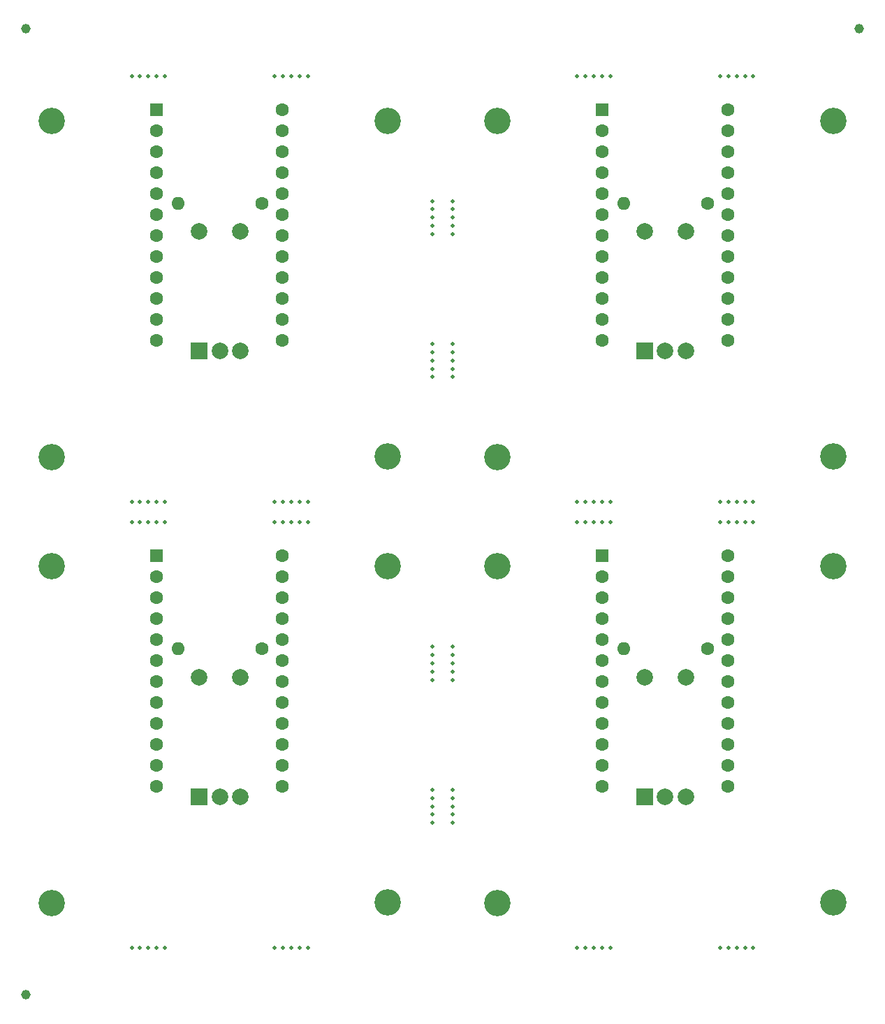
<source format=gbr>
%TF.GenerationSoftware,KiCad,Pcbnew,(6.0.0)*%
%TF.CreationDate,2022-01-02T19:46:59+01:00*%
%TF.ProjectId,VolumeKnob,566f6c75-6d65-44b6-9e6f-622e6b696361,rev?*%
%TF.SameCoordinates,Original*%
%TF.FileFunction,Soldermask,Bot*%
%TF.FilePolarity,Negative*%
%FSLAX46Y46*%
G04 Gerber Fmt 4.6, Leading zero omitted, Abs format (unit mm)*
G04 Created by KiCad (PCBNEW (6.0.0)) date 2022-01-02 19:46:59*
%MOMM*%
%LPD*%
G01*
G04 APERTURE LIST*
%ADD10C,0.500000*%
%ADD11C,1.600000*%
%ADD12O,1.600000X1.600000*%
%ADD13C,3.200000*%
%ADD14R,1.600000X1.600000*%
%ADD15R,2.000000X2.000000*%
%ADD16C,2.000000*%
%ADD17C,1.152000*%
G04 APERTURE END LIST*
D10*
%TO.C,REF\u002A\u002A*%
X75798997Y-113666335D03*
%TD*%
%TO.C,REF\u002A\u002A*%
X78201003Y-93333667D03*
%TD*%
%TO.C,REF\u002A\u002A*%
X75798997Y-57666332D03*
%TD*%
%TO.C,REF\u002A\u002A*%
X110666335Y-129799000D03*
%TD*%
%TO.C,REF\u002A\u002A*%
X112666336Y-75798999D03*
%TD*%
%TO.C,REF\u002A\u002A*%
X78201002Y-97333667D03*
%TD*%
D11*
%TO.C,R1*%
X109110004Y-39599997D03*
D12*
X98950004Y-39599997D03*
%TD*%
D10*
%TO.C,REF\u002A\u002A*%
X75798999Y-96333667D03*
%TD*%
%TO.C,REF\u002A\u002A*%
X57666332Y-24200997D03*
%TD*%
%TO.C,REF\u002A\u002A*%
X78201001Y-110666335D03*
%TD*%
%TO.C,REF\u002A\u002A*%
X113666336Y-75798999D03*
%TD*%
%TO.C,REF\u002A\u002A*%
X40333664Y-78201000D03*
%TD*%
%TO.C,REF\u002A\u002A*%
X57666332Y-75798999D03*
%TD*%
%TO.C,REF\u002A\u002A*%
X113666335Y-78201002D03*
%TD*%
%TO.C,REF\u002A\u002A*%
X113666335Y-129799000D03*
%TD*%
%TO.C,REF\u002A\u002A*%
X57666332Y-129799000D03*
%TD*%
%TO.C,REF\u002A\u002A*%
X59666332Y-75798999D03*
%TD*%
%TO.C,REF\u002A\u002A*%
X60666332Y-129799000D03*
%TD*%
%TO.C,REF\u002A\u002A*%
X40333664Y-24200999D03*
%TD*%
%TO.C,REF\u002A\u002A*%
X60666332Y-78201002D03*
%TD*%
D13*
%TO.C,REF\u002A\u002A*%
X29629997Y-70339997D03*
%TD*%
D10*
%TO.C,REF\u002A\u002A*%
X56666332Y-129799000D03*
%TD*%
%TO.C,REF\u002A\u002A*%
X57666332Y-78201002D03*
%TD*%
%TO.C,REF\u002A\u002A*%
X59666332Y-78201002D03*
%TD*%
%TO.C,REF\u002A\u002A*%
X110666336Y-75798999D03*
%TD*%
D13*
%TO.C,REF\u002A\u002A*%
X124350004Y-83600003D03*
%TD*%
D10*
%TO.C,REF\u002A\u002A*%
X75798997Y-111666335D03*
%TD*%
D13*
%TO.C,REF\u002A\u002A*%
X83630004Y-124340003D03*
%TD*%
D10*
%TO.C,REF\u002A\u002A*%
X75798997Y-56666332D03*
%TD*%
%TO.C,REF\u002A\u002A*%
X75798999Y-40333664D03*
%TD*%
%TO.C,REF\u002A\u002A*%
X111666336Y-24200997D03*
%TD*%
D14*
%TO.C,U1*%
X96330004Y-82320003D03*
D11*
X96330004Y-84860003D03*
X96330004Y-87400003D03*
X96330004Y-89940003D03*
X96330004Y-92480003D03*
X96330004Y-95020003D03*
X96330004Y-97560003D03*
X96330004Y-100100003D03*
X96330004Y-102640003D03*
X96330004Y-105180003D03*
X96330004Y-107720003D03*
X96330004Y-110260003D03*
X111570004Y-110260003D03*
X111570004Y-107720003D03*
X111570004Y-105180003D03*
X111570004Y-102640003D03*
X111570004Y-100100003D03*
X111570004Y-97560003D03*
X111570004Y-95020003D03*
X111570004Y-92480003D03*
X111570004Y-89940003D03*
X111570004Y-87400003D03*
X111570004Y-84860003D03*
X111570004Y-82320003D03*
%TD*%
D10*
%TO.C,REF\u002A\u002A*%
X112666335Y-78201002D03*
%TD*%
%TO.C,REF\u002A\u002A*%
X78201002Y-43333664D03*
%TD*%
%TO.C,REF\u002A\u002A*%
X94333668Y-24200999D03*
%TD*%
D15*
%TO.C,SW1*%
X47499997Y-57499997D03*
D16*
X52499997Y-57499997D03*
X49999997Y-57499997D03*
X47499997Y-42999997D03*
X52499997Y-42999997D03*
%TD*%
D10*
%TO.C,REF\u002A\u002A*%
X78201003Y-42333664D03*
%TD*%
%TO.C,REF\u002A\u002A*%
X56666332Y-24200997D03*
%TD*%
D13*
%TO.C,REF\u002A\u002A*%
X124350004Y-29599997D03*
%TD*%
D10*
%TO.C,REF\u002A\u002A*%
X58666332Y-129799000D03*
%TD*%
%TO.C,REF\u002A\u002A*%
X43333664Y-24200999D03*
%TD*%
%TO.C,REF\u002A\u002A*%
X75798997Y-114666335D03*
%TD*%
%TO.C,REF\u002A\u002A*%
X78201003Y-40333664D03*
%TD*%
%TO.C,REF\u002A\u002A*%
X39333664Y-129799002D03*
%TD*%
%TO.C,REF\u002A\u002A*%
X78201003Y-39333664D03*
%TD*%
D13*
%TO.C,REF\u002A\u002A*%
X124350004Y-70309997D03*
%TD*%
D10*
%TO.C,REF\u002A\u002A*%
X75798999Y-97333667D03*
%TD*%
%TO.C,REF\u002A\u002A*%
X114666335Y-78201002D03*
%TD*%
D14*
%TO.C,U1*%
X42329997Y-82320003D03*
D11*
X42329997Y-84860003D03*
X42329997Y-87400003D03*
X42329997Y-89940003D03*
X42329997Y-92480003D03*
X42329997Y-95020003D03*
X42329997Y-97560003D03*
X42329997Y-100100003D03*
X42329997Y-102640003D03*
X42329997Y-105180003D03*
X42329997Y-107720003D03*
X42329997Y-110260003D03*
X57569997Y-110260003D03*
X57569997Y-107720003D03*
X57569997Y-105180003D03*
X57569997Y-102640003D03*
X57569997Y-100100003D03*
X57569997Y-97560003D03*
X57569997Y-95020003D03*
X57569997Y-92480003D03*
X57569997Y-89940003D03*
X57569997Y-87400003D03*
X57569997Y-84860003D03*
X57569997Y-82320003D03*
%TD*%
D10*
%TO.C,REF\u002A\u002A*%
X97333668Y-24200999D03*
%TD*%
%TO.C,REF\u002A\u002A*%
X111666335Y-78201002D03*
%TD*%
D13*
%TO.C,REF\u002A\u002A*%
X29629997Y-29599997D03*
%TD*%
D10*
%TO.C,REF\u002A\u002A*%
X41333664Y-129799002D03*
%TD*%
%TO.C,REF\u002A\u002A*%
X78201000Y-113666335D03*
%TD*%
D13*
%TO.C,REF\u002A\u002A*%
X83630004Y-83600003D03*
%TD*%
D10*
%TO.C,REF\u002A\u002A*%
X56666332Y-75798999D03*
%TD*%
%TO.C,REF\u002A\u002A*%
X110666335Y-78201002D03*
%TD*%
%TO.C,REF\u002A\u002A*%
X58666332Y-75798999D03*
%TD*%
D13*
%TO.C,REF\u002A\u002A*%
X70349997Y-124310003D03*
%TD*%
D10*
%TO.C,REF\u002A\u002A*%
X94333667Y-78201000D03*
%TD*%
%TO.C,REF\u002A\u002A*%
X39333664Y-24200999D03*
%TD*%
D15*
%TO.C,SW1*%
X101500004Y-57499997D03*
D16*
X106500004Y-57499997D03*
X104000004Y-57499997D03*
X101500004Y-42999997D03*
X106500004Y-42999997D03*
%TD*%
D14*
%TO.C,U1*%
X42329997Y-28319997D03*
D11*
X42329997Y-30859997D03*
X42329997Y-33399997D03*
X42329997Y-35939997D03*
X42329997Y-38479997D03*
X42329997Y-41019997D03*
X42329997Y-43559997D03*
X42329997Y-46099997D03*
X42329997Y-48639997D03*
X42329997Y-51179997D03*
X42329997Y-53719997D03*
X42329997Y-56259997D03*
X57569997Y-56259997D03*
X57569997Y-53719997D03*
X57569997Y-51179997D03*
X57569997Y-48639997D03*
X57569997Y-46099997D03*
X57569997Y-43559997D03*
X57569997Y-41019997D03*
X57569997Y-38479997D03*
X57569997Y-35939997D03*
X57569997Y-33399997D03*
X57569997Y-30859997D03*
X57569997Y-28319997D03*
%TD*%
D10*
%TO.C,REF\u002A\u002A*%
X95333668Y-75798997D03*
%TD*%
%TO.C,REF\u002A\u002A*%
X93333667Y-78201000D03*
%TD*%
%TO.C,REF\u002A\u002A*%
X42333664Y-24200999D03*
%TD*%
%TO.C,REF\u002A\u002A*%
X93333668Y-24200999D03*
%TD*%
%TO.C,REF\u002A\u002A*%
X95333667Y-129799002D03*
%TD*%
%TO.C,REF\u002A\u002A*%
X95333668Y-24200999D03*
%TD*%
D11*
%TO.C,R1*%
X55109997Y-39599997D03*
D12*
X44949997Y-39599997D03*
%TD*%
D15*
%TO.C,SW1*%
X101500004Y-111500003D03*
D16*
X106500004Y-111500003D03*
X104000004Y-111500003D03*
X101500004Y-97000003D03*
X106500004Y-97000003D03*
%TD*%
D10*
%TO.C,REF\u002A\u002A*%
X78201000Y-59666332D03*
%TD*%
%TO.C,REF\u002A\u002A*%
X112666336Y-24200997D03*
%TD*%
%TO.C,REF\u002A\u002A*%
X75798999Y-43333664D03*
%TD*%
%TO.C,REF\u002A\u002A*%
X97333667Y-129799002D03*
%TD*%
%TO.C,REF\u002A\u002A*%
X114666336Y-75798999D03*
%TD*%
D14*
%TO.C,U1*%
X96330004Y-28319997D03*
D11*
X96330004Y-30859997D03*
X96330004Y-33399997D03*
X96330004Y-35939997D03*
X96330004Y-38479997D03*
X96330004Y-41019997D03*
X96330004Y-43559997D03*
X96330004Y-46099997D03*
X96330004Y-48639997D03*
X96330004Y-51179997D03*
X96330004Y-53719997D03*
X96330004Y-56259997D03*
X111570004Y-56259997D03*
X111570004Y-53719997D03*
X111570004Y-51179997D03*
X111570004Y-48639997D03*
X111570004Y-46099997D03*
X111570004Y-43559997D03*
X111570004Y-41019997D03*
X111570004Y-38479997D03*
X111570004Y-35939997D03*
X111570004Y-33399997D03*
X111570004Y-30859997D03*
X111570004Y-28319997D03*
%TD*%
D10*
%TO.C,REF\u002A\u002A*%
X39333664Y-78201000D03*
%TD*%
%TO.C,REF\u002A\u002A*%
X60666332Y-24200997D03*
%TD*%
%TO.C,REF\u002A\u002A*%
X113666336Y-24200997D03*
%TD*%
%TO.C,REF\u002A\u002A*%
X41333664Y-75798997D03*
%TD*%
%TO.C,REF\u002A\u002A*%
X93333667Y-129799002D03*
%TD*%
%TO.C,REF\u002A\u002A*%
X75798997Y-58666332D03*
%TD*%
D11*
%TO.C,R1*%
X109110004Y-93600003D03*
D12*
X98950004Y-93600003D03*
%TD*%
D17*
%TO.C,REF\u002A\u002A*%
X26498997Y-18501997D03*
%TD*%
%TO.C,REF\u002A\u002A*%
X26498997Y-135498002D03*
%TD*%
D10*
%TO.C,REF\u002A\u002A*%
X59666332Y-24200997D03*
%TD*%
D11*
%TO.C,R1*%
X55109997Y-93600003D03*
D12*
X44949997Y-93600003D03*
%TD*%
D10*
%TO.C,REF\u002A\u002A*%
X41333664Y-24200999D03*
%TD*%
%TO.C,REF\u002A\u002A*%
X39333664Y-75798997D03*
%TD*%
D13*
%TO.C,REF\u002A\u002A*%
X83630004Y-29599997D03*
%TD*%
D10*
%TO.C,REF\u002A\u002A*%
X42333664Y-129799002D03*
%TD*%
%TO.C,REF\u002A\u002A*%
X78201000Y-114666335D03*
%TD*%
%TO.C,REF\u002A\u002A*%
X75798997Y-59666332D03*
%TD*%
%TO.C,REF\u002A\u002A*%
X75798999Y-41333664D03*
%TD*%
%TO.C,REF\u002A\u002A*%
X78201000Y-57666332D03*
%TD*%
D15*
%TO.C,SW1*%
X47499997Y-111500003D03*
D16*
X52499997Y-111500003D03*
X49999997Y-111500003D03*
X47499997Y-97000003D03*
X52499997Y-97000003D03*
%TD*%
D10*
%TO.C,REF\u002A\u002A*%
X75798997Y-60666332D03*
%TD*%
%TO.C,REF\u002A\u002A*%
X94333667Y-129799002D03*
%TD*%
%TO.C,REF\u002A\u002A*%
X42333664Y-75798997D03*
%TD*%
D13*
%TO.C,REF\u002A\u002A*%
X70349997Y-70309997D03*
%TD*%
D10*
%TO.C,REF\u002A\u002A*%
X59666332Y-129799000D03*
%TD*%
%TO.C,REF\u002A\u002A*%
X40333664Y-75798997D03*
%TD*%
%TO.C,REF\u002A\u002A*%
X96333668Y-24200999D03*
%TD*%
%TO.C,REF\u002A\u002A*%
X56666332Y-78201002D03*
%TD*%
%TO.C,REF\u002A\u002A*%
X110666336Y-24200997D03*
%TD*%
%TO.C,REF\u002A\u002A*%
X78201001Y-56666332D03*
%TD*%
%TO.C,REF\u002A\u002A*%
X75798999Y-93333667D03*
%TD*%
%TO.C,REF\u002A\u002A*%
X78201000Y-60666332D03*
%TD*%
%TO.C,REF\u002A\u002A*%
X93333668Y-75798997D03*
%TD*%
%TO.C,REF\u002A\u002A*%
X41333664Y-78201000D03*
%TD*%
%TO.C,REF\u002A\u002A*%
X97333668Y-75798997D03*
%TD*%
%TO.C,REF\u002A\u002A*%
X111666336Y-75798999D03*
%TD*%
D13*
%TO.C,REF\u002A\u002A*%
X70349997Y-83600003D03*
%TD*%
D10*
%TO.C,REF\u002A\u002A*%
X78201000Y-58666332D03*
%TD*%
%TO.C,REF\u002A\u002A*%
X42333664Y-78201000D03*
%TD*%
%TO.C,REF\u002A\u002A*%
X97333667Y-78201000D03*
%TD*%
%TO.C,REF\u002A\u002A*%
X95333667Y-78201000D03*
%TD*%
%TO.C,REF\u002A\u002A*%
X58666332Y-24200997D03*
%TD*%
%TO.C,REF\u002A\u002A*%
X40333664Y-129799002D03*
%TD*%
%TO.C,REF\u002A\u002A*%
X111666335Y-129799000D03*
%TD*%
D13*
%TO.C,REF\u002A\u002A*%
X83630004Y-70339997D03*
%TD*%
D10*
%TO.C,REF\u002A\u002A*%
X75798999Y-94333667D03*
%TD*%
%TO.C,REF\u002A\u002A*%
X60666332Y-75798999D03*
%TD*%
%TO.C,REF\u002A\u002A*%
X78201003Y-95333667D03*
%TD*%
%TO.C,REF\u002A\u002A*%
X78201003Y-96333667D03*
%TD*%
%TO.C,REF\u002A\u002A*%
X94333668Y-75798997D03*
%TD*%
%TO.C,REF\u002A\u002A*%
X96333667Y-129799002D03*
%TD*%
%TO.C,REF\u002A\u002A*%
X75798997Y-112666335D03*
%TD*%
%TO.C,REF\u002A\u002A*%
X58666332Y-78201002D03*
%TD*%
D13*
%TO.C,REF\u002A\u002A*%
X70349997Y-29599997D03*
%TD*%
D10*
%TO.C,REF\u002A\u002A*%
X75798999Y-95333667D03*
%TD*%
%TO.C,REF\u002A\u002A*%
X78201000Y-111666335D03*
%TD*%
%TO.C,REF\u002A\u002A*%
X96333668Y-75798997D03*
%TD*%
%TO.C,REF\u002A\u002A*%
X96333667Y-78201000D03*
%TD*%
%TO.C,REF\u002A\u002A*%
X78201003Y-41333664D03*
%TD*%
%TO.C,REF\u002A\u002A*%
X75798997Y-110666335D03*
%TD*%
%TO.C,REF\u002A\u002A*%
X75798999Y-39333664D03*
%TD*%
D13*
%TO.C,REF\u002A\u002A*%
X124350004Y-124310003D03*
%TD*%
D10*
%TO.C,REF\u002A\u002A*%
X43333664Y-129799002D03*
%TD*%
%TO.C,REF\u002A\u002A*%
X112666335Y-129799000D03*
%TD*%
%TO.C,REF\u002A\u002A*%
X78201000Y-112666335D03*
%TD*%
%TO.C,REF\u002A\u002A*%
X114666335Y-129799000D03*
%TD*%
%TO.C,REF\u002A\u002A*%
X75798999Y-42333664D03*
%TD*%
D13*
%TO.C,REF\u002A\u002A*%
X29629997Y-83600003D03*
%TD*%
D10*
%TO.C,REF\u002A\u002A*%
X114666336Y-24200997D03*
%TD*%
D13*
%TO.C,REF\u002A\u002A*%
X29629997Y-124340003D03*
%TD*%
D10*
%TO.C,REF\u002A\u002A*%
X43333664Y-75798997D03*
%TD*%
%TO.C,REF\u002A\u002A*%
X78201003Y-94333667D03*
%TD*%
%TO.C,REF\u002A\u002A*%
X43333664Y-78201000D03*
%TD*%
D17*
%TO.C,REF\u002A\u002A*%
X127501003Y-18501997D03*
%TD*%
M02*

</source>
